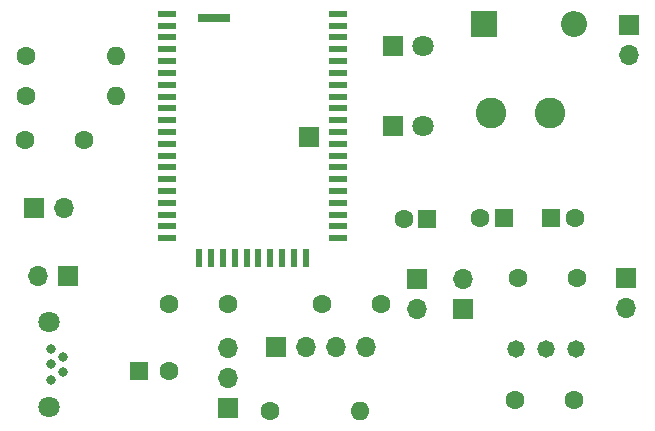
<source format=gbr>
%TF.GenerationSoftware,KiCad,Pcbnew,6.0.7-f9a2dced07~116~ubuntu20.04.1*%
%TF.CreationDate,2023-08-22T11:38:00+02:00*%
%TF.ProjectId,BlueBox,426c7565-426f-4782-9e6b-696361645f70,rev?*%
%TF.SameCoordinates,Original*%
%TF.FileFunction,Soldermask,Top*%
%TF.FilePolarity,Negative*%
%FSLAX46Y46*%
G04 Gerber Fmt 4.6, Leading zero omitted, Abs format (unit mm)*
G04 Created by KiCad (PCBNEW 6.0.7-f9a2dced07~116~ubuntu20.04.1) date 2023-08-22 11:38:00*
%MOMM*%
%LPD*%
G01*
G04 APERTURE LIST*
%ADD10R,1.700000X1.700000*%
%ADD11O,1.700000X1.700000*%
%ADD12C,0.800000*%
%ADD13C,1.803150*%
%ADD14R,1.500000X0.600000*%
%ADD15R,0.600000X1.500000*%
%ADD16R,2.790000X0.760000*%
%ADD17R,1.780000X1.780000*%
%ADD18C,1.478000*%
%ADD19C,1.600000*%
%ADD20O,1.600000X1.600000*%
%ADD21C,2.600000*%
%ADD22R,1.800000X1.800000*%
%ADD23C,1.800000*%
%ADD24R,2.200000X2.200000*%
%ADD25O,2.200000X2.200000*%
%ADD26R,1.600000X1.600000*%
G04 APERTURE END LIST*
D10*
%TO.C,J8*%
X111125000Y-103400000D03*
D11*
X111125000Y-105940000D03*
%TD*%
D12*
%TO.C,11*%
X62430000Y-112000000D03*
X63430000Y-111350000D03*
X62430000Y-110700000D03*
X63430000Y-110050000D03*
X62430000Y-109400000D03*
D13*
X62320000Y-114275000D03*
X62320000Y-107125000D03*
%TD*%
D14*
%TO.C,U2*%
X72250000Y-81025000D03*
X72250000Y-82025000D03*
X72250000Y-83025000D03*
X72250000Y-84025000D03*
X72250000Y-85025000D03*
X72250000Y-86025000D03*
X72250000Y-87025000D03*
X72250000Y-88025000D03*
X72250000Y-89025000D03*
X72250000Y-90025000D03*
X72250000Y-91025000D03*
X72250000Y-92025000D03*
X72250000Y-93025000D03*
X72250000Y-94025000D03*
X72250000Y-95025000D03*
X72250000Y-96025000D03*
X72250000Y-97025000D03*
X72250000Y-98025000D03*
X72250000Y-99025000D03*
X72250000Y-100025000D03*
D15*
X75000000Y-101675000D03*
X76000000Y-101675000D03*
X77000000Y-101675000D03*
X78000000Y-101675000D03*
X79000000Y-101675000D03*
X80000000Y-101675000D03*
X81000000Y-101675000D03*
X82000000Y-101675000D03*
X83000000Y-101675000D03*
X84000000Y-101675000D03*
D14*
X86750000Y-100025000D03*
X86750000Y-99025000D03*
X86750000Y-98025000D03*
X86750000Y-97025000D03*
X86750000Y-96025000D03*
X86750000Y-95025000D03*
X86750000Y-94025000D03*
X86750000Y-93025000D03*
X86750000Y-92025000D03*
X86750000Y-91025000D03*
X86750000Y-90025000D03*
X86750000Y-89025000D03*
X86750000Y-88025000D03*
X86750000Y-87025000D03*
X86750000Y-86025000D03*
X86750000Y-85025000D03*
X86750000Y-84025000D03*
X86750000Y-83025000D03*
X86750000Y-82025000D03*
X86750000Y-81025000D03*
D16*
X76210000Y-81345000D03*
D17*
X84270000Y-91455000D03*
%TD*%
D18*
%TO.C,U1*%
X101815500Y-109425000D03*
X104355500Y-109425000D03*
X106895500Y-109425000D03*
%TD*%
D19*
%TO.C,R3*%
X80965000Y-114675000D03*
D20*
X88585000Y-114675000D03*
%TD*%
D19*
%TO.C,R2*%
X60325000Y-84575000D03*
D20*
X67945000Y-84575000D03*
%TD*%
D19*
%TO.C,R1*%
X60325000Y-87975000D03*
D20*
X67945000Y-87975000D03*
%TD*%
D21*
%TO.C,L1*%
X104675000Y-89425000D03*
X99675000Y-89425000D03*
%TD*%
D11*
%TO.C,J7*%
X89095000Y-109250000D03*
X86555000Y-109250000D03*
X84015000Y-109250000D03*
D10*
X81475000Y-109250000D03*
%TD*%
%TO.C,J6*%
X77425000Y-114425000D03*
D11*
X77425000Y-111885000D03*
X77425000Y-109345000D03*
%TD*%
D10*
%TO.C,J5*%
X93475000Y-103500000D03*
D11*
X93475000Y-106040000D03*
%TD*%
D10*
%TO.C,J4*%
X63925000Y-103225000D03*
D11*
X61385000Y-103225000D03*
%TD*%
D10*
%TO.C,J3*%
X97350000Y-106000000D03*
D11*
X97350000Y-103460000D03*
%TD*%
D10*
%TO.C,J2*%
X111400000Y-82000000D03*
D11*
X111400000Y-84540000D03*
%TD*%
D10*
%TO.C,J1*%
X61050000Y-97450000D03*
D11*
X63590000Y-97450000D03*
%TD*%
D22*
%TO.C,D3*%
X91400000Y-83725000D03*
D23*
X93940000Y-83725000D03*
%TD*%
D22*
%TO.C,D2*%
X91425000Y-90500000D03*
D23*
X93965000Y-90500000D03*
%TD*%
D24*
%TO.C,D1*%
X99140000Y-81900000D03*
D25*
X106760000Y-81900000D03*
%TD*%
D26*
%TO.C,C9*%
X100805113Y-98350000D03*
D19*
X98805113Y-98350000D03*
%TD*%
D26*
%TO.C,C8*%
X94305113Y-98375000D03*
D19*
X92305113Y-98375000D03*
%TD*%
D26*
%TO.C,C7*%
X69913606Y-111250000D03*
D19*
X72413606Y-111250000D03*
%TD*%
%TO.C,C6*%
X101750000Y-113725000D03*
X106750000Y-113725000D03*
%TD*%
%TO.C,C5*%
X85350000Y-105625000D03*
X90350000Y-105625000D03*
%TD*%
%TO.C,C4*%
X101950000Y-103425000D03*
X106950000Y-103425000D03*
%TD*%
%TO.C,C3*%
X77425000Y-105625000D03*
X72425000Y-105625000D03*
%TD*%
%TO.C,C2*%
X60250000Y-91675000D03*
X65250000Y-91675000D03*
%TD*%
D26*
%TO.C,C1*%
X104794888Y-98275000D03*
D19*
X106794888Y-98275000D03*
%TD*%
M02*

</source>
